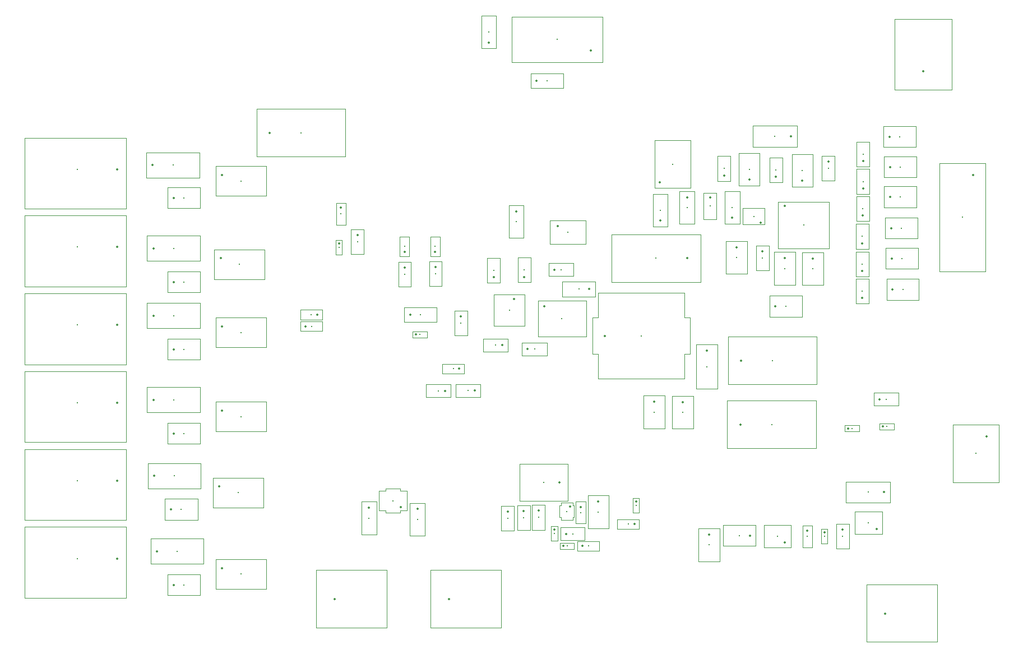
<source format=gbr>
%TF.GenerationSoftware,KiCad,Pcbnew,7.0.6-0*%
%TF.CreationDate,2024-04-30T06:56:25-03:00*%
%TF.ProjectId,Buoy,42756f79-2e6b-4696-9361-645f70636258,rev?*%
%TF.SameCoordinates,Original*%
%TF.FileFunction,Component,L1,Top*%
%TF.FilePolarity,Positive*%
%FSLAX46Y46*%
G04 Gerber Fmt 4.6, Leading zero omitted, Abs format (unit mm)*
G04 Created by KiCad (PCBNEW 7.0.6-0) date 2024-04-30 06:56:25*
%MOMM*%
%LPD*%
G01*
G04 APERTURE LIST*
%TA.AperFunction,ComponentMain*%
%ADD10C,0.300000*%
%TD*%
%TA.AperFunction,ComponentOutline,Courtyard*%
%ADD11C,0.100000*%
%TD*%
%TA.AperFunction,ComponentPin*%
%ADD12P,0.360000X4X0.000000*%
%TD*%
%TA.AperFunction,ComponentPin*%
%ADD13C,0.000000*%
%TD*%
%TA.AperFunction,ComponentOutline,Footprint*%
%ADD14C,0.100000*%
%TD*%
G04 APERTURE END LIST*
D10*
%TO.C,"R18"*%
%TO.CFtp,"R_1210_3225Metric_Pad1.30x2.65mm_HandSolder"*%
%TO.CVal,"100"*%
%TO.CLbN,"Resistor_SMD"*%
%TO.CMnt,SMD*%
%TO.CRot,180*%
X185179264Y-119590000D03*
D11*
X187629263Y-118010001D02*
X187629263Y-121169999D01*
X182729265Y-121169999D01*
X182729265Y-118010001D01*
X187629263Y-118010001D01*
D12*
%TO.P,"R18","1"*%
X186729264Y-119590000D03*
D13*
%TO.P,"R18","2"*%
X183629264Y-119590000D03*
%TD*%
D10*
%TO.C,"CBJ3"*%
%TO.CFtp,"C_1210_3225Metric_Pad1.33x2.70mm_HandSolder"*%
%TO.CVal,"2.2uF"*%
%TO.CLbN,"Capacitor_SMD"*%
%TO.CMnt,SMD*%
%TO.CRot,0*%
X101266750Y-91483500D03*
D11*
X103746749Y-89883501D02*
X103746749Y-93083499D01*
X98786751Y-93083499D01*
X98786751Y-89883501D01*
X103746749Y-89883501D01*
D12*
%TO.P,"CBJ3","1"*%
X99704250Y-91483500D03*
D13*
%TO.P,"CBJ3","2"*%
X102829250Y-91483500D03*
%TD*%
D10*
%TO.C,"CBJ1"*%
%TO.CFtp,"C_1210_3225Metric_Pad1.33x2.70mm_HandSolder"*%
%TO.CVal,"2.2uF"*%
%TO.CLbN,"Capacitor_SMD"*%
%TO.CMnt,SMD*%
%TO.CRot,0*%
X101266750Y-68623500D03*
D11*
X103746749Y-67023501D02*
X103746749Y-70223499D01*
X98786751Y-70223499D01*
X98786751Y-67023501D01*
X103746749Y-67023501D01*
D12*
%TO.P,"CBJ1","1"*%
X99704250Y-68623500D03*
D13*
%TO.P,"CBJ1","2"*%
X102829250Y-68623500D03*
%TD*%
D10*
%TO.C,"J13"*%
%TO.CFtp,"PinHeader_1x06_P2.54mm_Vertical_SMD_Pin1Right"*%
%TO.CVal,"Conn_01x06_Socket"*%
%TO.CLbN,"Connector_PinHeader_2.54mm"*%
%TO.CMnt,SMD*%
%TO.CRot,0*%
X218845000Y-71570000D03*
D11*
X222294999Y-63420001D02*
X222294999Y-79719999D01*
X215395001Y-79719999D01*
X215395001Y-63420001D01*
X222294999Y-63420001D01*
D12*
%TO.P,"J13","1","Pin_1"*%
X220500000Y-65220000D03*
D13*
%TO.P,"J13","2","Pin_2"*%
X217190000Y-67760000D03*
%TO.P,"J13","3","Pin_3"*%
X220500000Y-70300000D03*
%TO.P,"J13","4","Pin_4"*%
X217190000Y-72840000D03*
%TO.P,"J13","5","Pin_5"*%
X220500000Y-75380000D03*
%TO.P,"J13","6","Pin_6"*%
X217190000Y-77920000D03*
%TD*%
D10*
%TO.C,"CBJ4"*%
%TO.CFtp,"C_1210_3225Metric_Pad1.33x2.70mm_HandSolder"*%
%TO.CVal,"2.2uF"*%
%TO.CLbN,"Capacitor_SMD"*%
%TO.CMnt,SMD*%
%TO.CRot,0*%
X101266750Y-104183500D03*
D11*
X103746749Y-102583501D02*
X103746749Y-105783499D01*
X98786751Y-105783499D01*
X98786751Y-102583501D01*
X103746749Y-102583501D01*
D12*
%TO.P,"CBJ4","1"*%
X99704250Y-104183500D03*
D13*
%TO.P,"CBJ4","2"*%
X102829250Y-104183500D03*
%TD*%
D10*
%TO.C,"D2"*%
%TO.CFtp,"LEDC1608X35N"*%
%TO.CVal,"LED"*%
%TO.CLbN,"LED"*%
%TO.CMnt,SMD*%
%TO.CRot,-90*%
X139205000Y-75957500D03*
D11*
X139919999Y-74492501D02*
X139919999Y-77422499D01*
X138490001Y-77422499D01*
X138490001Y-74492501D01*
X139919999Y-74492501D01*
D12*
%TO.P,"D2","1","K"*%
X139205000Y-76767500D03*
D13*
%TO.P,"D2","2","A"*%
X139205000Y-75147500D03*
%TD*%
D10*
%TO.C,"R7"*%
%TO.CFtp,"R_0603_1608Metric_Pad0.98x0.95mm_HandSolder"*%
%TO.CVal,"30k"*%
%TO.CLbN,"Resistor_SMD"*%
%TO.CMnt,SMD*%
%TO.CRot,180*%
X120509250Y-86263500D03*
D11*
X122159249Y-85533501D02*
X122159249Y-86993499D01*
X118859251Y-86993499D01*
X118859251Y-85533501D01*
X122159249Y-85533501D01*
D12*
%TO.P,"R7","1"*%
X121421750Y-86263500D03*
D13*
%TO.P,"R7","2"*%
X119596750Y-86263500D03*
%TD*%
D10*
%TO.C,"R30"*%
%TO.CFtp,"R_1206_3216Metric_Pad1.30x1.75mm_HandSolder"*%
%TO.CVal,"1M"*%
%TO.CLbN,"Resistor_SMD"*%
%TO.CMnt,SMD*%
%TO.CRot,90*%
X173230000Y-70530000D03*
D11*
X174349999Y-68080001D02*
X174349999Y-72979999D01*
X172110001Y-72979999D01*
X172110001Y-68080001D01*
X174349999Y-68080001D01*
D12*
%TO.P,"R30","1"*%
X173230000Y-72080000D03*
D13*
%TO.P,"R30","2"*%
X173230000Y-68980000D03*
%TD*%
D10*
%TO.C,"C9"*%
%TO.CFtp,"C_0603_1608Metric_Pad1.08x0.95mm_HandSolder"*%
%TO.CVal,"8.2nF"*%
%TO.CLbN,"Capacitor_SMD"*%
%TO.CMnt,SMD*%
%TO.CRot,-90*%
X195420000Y-119720000D03*
D11*
X196149999Y-118070001D02*
X196149999Y-121369999D01*
X194690001Y-121369999D01*
X194690001Y-118070001D01*
X196149999Y-118070001D01*
D12*
%TO.P,"C9","1"*%
X195420000Y-118857500D03*
D13*
%TO.P,"C9","2"*%
X195420000Y-120582500D03*
%TD*%
D10*
%TO.C,"C20"*%
%TO.CFtp,"C_1206_3216Metric_Pad1.33x1.80mm_HandSolder"*%
%TO.CVal,"10uF"*%
%TO.CLbN,"Capacitor_SMD"*%
%TO.CMnt,SMD*%
%TO.CRot,-90*%
X129218000Y-116970000D03*
D11*
X130367999Y-114490001D02*
X130367999Y-119449999D01*
X128068001Y-119449999D01*
X128068001Y-114490001D01*
X130367999Y-114490001D01*
D12*
%TO.P,"C20","1"*%
X129218000Y-115407500D03*
D13*
%TO.P,"C20","2"*%
X129218000Y-118532500D03*
%TD*%
D10*
%TO.C,"R4"*%
%TO.CFtp,"R_0805_2012Metric_Pad1.20x1.40mm_HandSolder"*%
%TO.CVal,"10k"*%
%TO.CLbN,"Resistor_SMD"*%
%TO.CMnt,SMD*%
%TO.CRot,-90*%
X139275000Y-80107500D03*
D11*
X140224999Y-78257501D02*
X140224999Y-81957499D01*
X138325001Y-81957499D01*
X138325001Y-78257501D01*
X140224999Y-78257501D01*
D12*
%TO.P,"R4","1"*%
X139275000Y-79107500D03*
D13*
%TO.P,"R4","2"*%
X139275000Y-81107500D03*
%TD*%
D10*
%TO.C,"SW4"*%
%TO.CFtp,"SW-SPDT-SW"*%
%TO.CVal,"SW_SPDT"*%
%TO.CLbN,"Slide_Switch"*%
%TO.CMnt,TH*%
%TO.CRot,0*%
X190140000Y-93180000D03*
D11*
X196839999Y-89580001D02*
X196839999Y-96779999D01*
X183440001Y-96779999D01*
X183440001Y-89580001D01*
X196839999Y-89580001D01*
D12*
%TO.P,"SW4","1","A"*%
X185440000Y-93180000D03*
D13*
%TO.P,"SW4","2","B"*%
X190140000Y-93180000D03*
%TO.P,"SW4","3","C"*%
X194840000Y-93180000D03*
%TD*%
D10*
%TO.C,"C32"*%
%TO.CFtp,"C_0805_2012Metric_Pad1.18x1.45mm_HandSolder"*%
%TO.CVal,"100nF"*%
%TO.CLbN,"Capacitor_SMD"*%
%TO.CMnt,SMD*%
%TO.CRot,-90*%
X198607500Y-64195000D03*
D11*
X199587499Y-62315001D02*
X199587499Y-66074999D01*
X197627501Y-66074999D01*
X197627501Y-62315001D01*
X199587499Y-62315001D01*
D12*
%TO.P,"C32","1"*%
X198607500Y-63157500D03*
D13*
%TO.P,"C32","2"*%
X198607500Y-65232500D03*
%TD*%
D10*
%TO.C,"C11"*%
%TO.CFtp,"C_1210_3225Metric_Pad1.33x2.70mm_HandSolder"*%
%TO.CVal,"1uF"*%
%TO.CLbN,"Capacitor_SMD"*%
%TO.CMnt,SMD*%
%TO.CRot,-90*%
X180579264Y-121017500D03*
D11*
X182179263Y-118537501D02*
X182179263Y-123497499D01*
X178979265Y-123497499D01*
X178979265Y-118537501D01*
X182179263Y-118537501D01*
D12*
%TO.P,"C11","1"*%
X180579264Y-119455000D03*
D13*
%TO.P,"C11","2"*%
X180579264Y-122580000D03*
%TD*%
D10*
%TO.C,"C12"*%
%TO.CFtp,"C_0603_1608Metric_Pad1.08x0.95mm_HandSolder"*%
%TO.CVal,"100nF"*%
%TO.CLbN,"Capacitor_SMD"*%
%TO.CMnt,SMD*%
%TO.CRot,-90*%
X161200000Y-116140000D03*
D11*
X161929999Y-114490001D02*
X161929999Y-117789999D01*
X160470001Y-117789999D01*
X160470001Y-114490001D01*
X161929999Y-114490001D01*
D12*
%TO.P,"C12","1"*%
X161200000Y-115277500D03*
D13*
%TO.P,"C12","2"*%
X161200000Y-117002500D03*
%TD*%
D10*
%TO.C,"U3"*%
%TO.CFtp,"SOT95P280X145-5N"*%
%TO.CVal,"INA138"*%
%TO.CLbN,"INA138"*%
%TO.CMnt,SMD*%
%TO.CRot,180*%
X204667500Y-117702500D03*
D11*
X206777499Y-116002501D02*
X206777499Y-119402499D01*
X202557501Y-119402499D01*
X202557501Y-116002501D01*
X206777499Y-116002501D01*
D12*
%TO.P,"U3","1"*%
X205922500Y-118652500D03*
D13*
%TO.P,"U3","2","GND"*%
X205922500Y-117702500D03*
%TO.P,"U3","3","+"*%
X205922500Y-116752500D03*
%TO.P,"U3","4","-"*%
X203412500Y-116752500D03*
%TO.P,"U3","5","V+"*%
X203412500Y-118652500D03*
%TD*%
D10*
%TO.C,"R9"*%
%TO.CFtp,"R_0402_1005Metric_Pad0.72x0.64mm_HandSolder"*%
%TO.CVal,"100k"*%
%TO.CLbN,"My_Passive"*%
%TO.CMnt,SMD*%
%TO.CRot,-90*%
X124667500Y-76130000D03*
D11*
X125137499Y-75030001D02*
X125137499Y-77229999D01*
X124197501Y-77229999D01*
X124197501Y-75030001D01*
X125137499Y-75030001D01*
D12*
%TO.P,"R9","1"*%
X124667500Y-75532500D03*
D13*
%TO.P,"R9","2"*%
X124667500Y-76727500D03*
%TD*%
D10*
%TO.C,"C4"*%
%TO.CFtp,"C_0805_2012Metric_Pad1.18x1.45mm_HandSolder"*%
%TO.CVal,"10nF"*%
%TO.CLbN,"Capacitor_SMD"*%
%TO.CMnt,SMD*%
%TO.CRot,-90*%
X127460000Y-75250000D03*
D11*
X128439999Y-73370001D02*
X128439999Y-77129999D01*
X126480001Y-77129999D01*
X126480001Y-73370001D01*
X128439999Y-73370001D01*
D12*
%TO.P,"C4","1"*%
X127460000Y-74212500D03*
D13*
%TO.P,"C4","2"*%
X127460000Y-76287500D03*
%TD*%
D10*
%TO.C,"SW2"*%
%TO.CFtp,"SW-SPDT-SW"*%
%TO.CVal,"SW_SPDT"*%
%TO.CLbN,"Slide_Switch"*%
%TO.CMnt,TH*%
%TO.CRot,180*%
X172577500Y-77732500D03*
D11*
X179277499Y-74132501D02*
X179277499Y-81332499D01*
X165877501Y-81332499D01*
X165877501Y-74132501D01*
X179277499Y-74132501D01*
D12*
%TO.P,"SW2","1","A"*%
X177277500Y-77732500D03*
D13*
%TO.P,"SW2","2","B"*%
X172577500Y-77732500D03*
%TO.P,"SW2","3","C"*%
X167877500Y-77732500D03*
%TD*%
D10*
%TO.C,"D4"*%
%TO.CFtp,"DIO_PDS1040L-13"*%
%TO.CVal,"PDS1040L-13"*%
%TO.CLbN,"PDS1040L-13_solar"*%
%TO.CMnt,SMD*%
%TO.CRot,0*%
X109664250Y-78663500D03*
D11*
X113474249Y-76428501D02*
X113474249Y-80898499D01*
X105854251Y-80898499D01*
X105854251Y-76428501D01*
X113474249Y-76428501D01*
D12*
%TO.P,"D4","1"*%
X106808250Y-77743500D03*
D13*
%TO.P,"D4","2"*%
X106808250Y-79583500D03*
%TO.P,"D4","3"*%
X110790250Y-78663500D03*
%TD*%
D10*
%TO.C,"C24"*%
%TO.CFtp,"C_0805_2012Metric_Pad1.18x1.45mm_HandSolder"*%
%TO.CVal,"1uF"*%
%TO.CLbN,"Capacitor_SMD"*%
%TO.CMnt,SMD*%
%TO.CRot,90*%
X203790000Y-70260000D03*
D11*
X204769999Y-68380001D02*
X204769999Y-72139999D01*
X202810001Y-72139999D01*
X202810001Y-68380001D01*
X204769999Y-68380001D01*
D12*
%TO.P,"C24","1"*%
X203790000Y-71297500D03*
D13*
%TO.P,"C24","2"*%
X203790000Y-69222500D03*
%TD*%
D10*
%TO.C,"J9"*%
%TO.CFtp,"PinHeader_1x03_P2.54mm_Vertical_SMD_Pin1Right"*%
%TO.CVal,"Conn_01x03_Pin"*%
%TO.CLbN,"Connector_PinHeader_2.54mm"*%
%TO.CMnt,SMD*%
%TO.CRot,0*%
X220865000Y-107200000D03*
D11*
X224314999Y-102850001D02*
X224314999Y-111549999D01*
X217415001Y-111549999D01*
X217415001Y-102850001D01*
X224314999Y-102850001D01*
D12*
%TO.P,"J9","1","Pin_1"*%
X222520000Y-104660000D03*
D13*
%TO.P,"J9","2","Pin_2"*%
X219210000Y-107200000D03*
%TO.P,"J9","3","Pin_3"*%
X222520000Y-109740000D03*
%TD*%
D10*
%TO.C,"R11"*%
%TO.CFtp,"R_1206_3216Metric_Pad1.30x1.75mm_HandSolder"*%
%TO.CVal,"10"*%
%TO.CLbN,"Resistor_SMD"*%
%TO.CMnt,SMD*%
%TO.CRot,-90*%
X151480000Y-72240000D03*
D11*
X152599999Y-69790001D02*
X152599999Y-74689999D01*
X150360001Y-74689999D01*
X150360001Y-69790001D01*
X152599999Y-69790001D01*
D12*
%TO.P,"R11","1"*%
X151480000Y-70690000D03*
D13*
%TO.P,"R11","2"*%
X151480000Y-73790000D03*
%TD*%
D10*
%TO.C,"RBJ5"*%
%TO.CFtp,"R_2512_6332Metric_Pad1.40x3.35mm_HandSolder"*%
%TO.CVal,"2"*%
%TO.CLbN,"Resistor_SMD"*%
%TO.CMnt,SMD*%
%TO.CRot,0*%
X99817750Y-110583500D03*
D11*
X103817749Y-108663501D02*
X103817749Y-112503499D01*
X95817751Y-112503499D01*
X95817751Y-108663501D01*
X103817749Y-108663501D01*
D12*
%TO.P,"RBJ5","1"*%
X96767750Y-110583500D03*
D13*
%TO.P,"RBJ5","2"*%
X102867750Y-110583500D03*
%TD*%
D10*
%TO.C,"C21"*%
%TO.CFtp,"C_0805_2012Metric_Pad1.18x1.45mm_HandSolder"*%
%TO.CVal,"1uF"*%
%TO.CLbN,"Capacitor_SMD"*%
%TO.CMnt,SMD*%
%TO.CRot,90*%
X203720000Y-82730000D03*
D11*
X204699999Y-80850001D02*
X204699999Y-84609999D01*
X202740001Y-84609999D01*
X202740001Y-80850001D01*
X204699999Y-80850001D01*
D12*
%TO.P,"C21","1"*%
X203720000Y-83767500D03*
D13*
%TO.P,"C21","2"*%
X203720000Y-81692500D03*
%TD*%
D10*
%TO.C,"R23"*%
%TO.CFtp,"R_1210_3225Metric_Pad1.30x2.65mm_HandSolder"*%
%TO.CVal,"100"*%
%TO.CLbN,"Resistor_SMD"*%
%TO.CMnt,SMD*%
%TO.CRot,0*%
X209840000Y-82450000D03*
D11*
X212289999Y-80870001D02*
X212289999Y-84029999D01*
X207390001Y-84029999D01*
X207390001Y-80870001D01*
X212289999Y-80870001D01*
D12*
%TO.P,"R23","1"*%
X208290000Y-82450000D03*
D13*
%TO.P,"R23","2"*%
X211390000Y-82450000D03*
%TD*%
D10*
%TO.C,"Q2"*%
%TO.CFtp,"SOT95P240X110-3N"*%
%TO.CVal,"BS250"*%
%TO.CLbN,"B2250MOSFET"*%
%TO.CMnt,SMD*%
%TO.CRot,180*%
X187327500Y-71425000D03*
D14*
X189003900Y-72669600D02*
X189003900Y-70180400D01*
X185651100Y-70180400D01*
X185651100Y-72669600D01*
X189003900Y-72669600D01*
D12*
%TO.P,"Q2","1","D"*%
X188343500Y-72390200D03*
D13*
%TO.P,"Q2","2","G"*%
X188343500Y-70459800D03*
%TO.P,"Q2","3","S"*%
X186311500Y-71425000D03*
%TD*%
D10*
%TO.C,"Q1"*%
%TO.CFtp,"TRANS_SI7288DP-T1-GE3"*%
%TO.CVal,"SI7288DP-T1-GE3"*%
%TO.CLbN,"SI7288DP"*%
%TO.CMnt,SMD*%
%TO.CRot,90*%
X175080000Y-63610000D03*
D11*
X177779999Y-59955001D02*
X177779999Y-67164999D01*
X172380001Y-67164999D01*
X172380001Y-59955001D01*
X177779999Y-59955001D01*
D12*
%TO.P,"Q1","1"*%
X173175000Y-66280000D03*
D13*
%TO.P,"Q1","2"*%
X174445000Y-66280000D03*
%TO.P,"Q1","3"*%
X175715000Y-66280000D03*
%TO.P,"Q1","4"*%
X176985000Y-66280000D03*
%TO.P,"Q1","5_6_10"*%
X176180000Y-63110000D03*
%TO.P,"Q1","7_8_9"*%
X173980000Y-63110000D03*
%TD*%
D10*
%TO.C,"R28"*%
%TO.CFtp,"R_1210_3225Metric_Pad1.30x2.65mm_HandSolder"*%
%TO.CVal,"100"*%
%TO.CLbN,"Resistor_SMD"*%
%TO.CMnt,SMD*%
%TO.CRot,0*%
X209390000Y-59390000D03*
D11*
X211839999Y-57810001D02*
X211839999Y-60969999D01*
X206940001Y-60969999D01*
X206940001Y-57810001D01*
X211839999Y-57810001D01*
D12*
%TO.P,"R28","1"*%
X207840000Y-59390000D03*
D13*
%TO.P,"R28","2"*%
X210940000Y-59390000D03*
%TD*%
D10*
%TO.C,"D9"*%
%TO.CFtp,"DIO_PDS1040L-13"*%
%TO.CVal,"PDS1040L-13"*%
%TO.CLbN,"PDS1040L-13_solar"*%
%TO.CMnt,SMD*%
%TO.CRot,0*%
X109864250Y-125423500D03*
D11*
X113674249Y-123188501D02*
X113674249Y-127658499D01*
X106054251Y-127658499D01*
X106054251Y-123188501D01*
X113674249Y-123188501D01*
D12*
%TO.P,"D9","1"*%
X107008250Y-124503500D03*
D13*
%TO.P,"D9","2"*%
X107008250Y-126343500D03*
%TO.P,"D9","3"*%
X110990250Y-125423500D03*
%TD*%
D10*
%TO.C,"R32"*%
%TO.CFtp,"R_1206_3216Metric_Pad1.30x1.75mm_HandSolder"*%
%TO.CVal,"1M"*%
%TO.CLbN,"Resistor_SMD"*%
%TO.CMnt,SMD*%
%TO.CRot,90*%
X184097500Y-70085000D03*
D11*
X185217499Y-67635001D02*
X185217499Y-72534999D01*
X182977501Y-72534999D01*
X182977501Y-67635001D01*
X185217499Y-67635001D01*
D12*
%TO.P,"R32","1"*%
X184097500Y-71635000D03*
D13*
%TO.P,"R32","2"*%
X184097500Y-68535000D03*
%TD*%
D10*
%TO.C,"U6"*%
%TO.CFtp,"SOT95P285X140-5N"*%
%TO.CVal,"AP2112K-3.3"*%
%TO.CLbN,"3.3_LDO"*%
%TO.CMnt,SMD*%
%TO.CRot,180*%
X132863000Y-114340000D03*
D11*
X133962999Y-112540001D02*
X133962999Y-112840000D01*
X133963000Y-112840001D01*
X134972999Y-112840001D01*
X134972999Y-115839999D01*
X133963000Y-115839999D01*
X133962999Y-115840000D01*
X133962999Y-116139999D01*
X131763001Y-116139999D01*
X131763001Y-115840000D01*
X131763000Y-115839999D01*
X130753001Y-115839999D01*
X130753001Y-112840001D01*
X131763000Y-112840001D01*
X131763001Y-112840000D01*
X131763001Y-112540001D01*
X133962999Y-112540001D01*
D12*
%TO.P,"U6","1","VIN"*%
X134048000Y-115290000D03*
D13*
%TO.P,"U6","2","GND"*%
X134048000Y-114340000D03*
%TO.P,"U6","3","EN"*%
X134048000Y-113390000D03*
%TO.P,"U6","4","NC"*%
X131678000Y-113390000D03*
%TO.P,"U6","5","VOUT"*%
X131678000Y-115290000D03*
%TD*%
D10*
%TO.C,"CBJ2"*%
%TO.CFtp,"C_1210_3225Metric_Pad1.33x2.70mm_HandSolder"*%
%TO.CVal,"2.2uF"*%
%TO.CLbN,"Capacitor_SMD"*%
%TO.CMnt,SMD*%
%TO.CRot,0*%
X101266750Y-81323500D03*
D11*
X103746749Y-79723501D02*
X103746749Y-82923499D01*
X98786751Y-82923499D01*
X98786751Y-79723501D01*
X103746749Y-79723501D01*
D12*
%TO.P,"CBJ2","1"*%
X99704250Y-81323500D03*
D13*
%TO.P,"CBJ2","2"*%
X102829250Y-81323500D03*
%TD*%
D10*
%TO.C,"U1"*%
%TO.CFtp,"SOT-23-5"*%
%TO.CVal,"OPA340NA"*%
%TO.CLbN,"Package_TO_SOT_SMD"*%
%TO.CMnt,SMD*%
%TO.CRot,180*%
X190911764Y-119730000D03*
D11*
X192961763Y-118030001D02*
X192961763Y-121429999D01*
X188861765Y-121429999D01*
X188861765Y-118030001D01*
X192961763Y-118030001D01*
D12*
%TO.P,"U1","1"*%
X192049264Y-120680000D03*
D13*
%TO.P,"U1","2","V-"*%
X192049264Y-119730000D03*
%TO.P,"U1","3","+"*%
X192049264Y-118780000D03*
%TO.P,"U1","4","-"*%
X189774264Y-118780000D03*
%TO.P,"U1","5","V+"*%
X189774264Y-120680000D03*
%TD*%
D10*
%TO.C,"D3"*%
%TO.CFtp,"LEDC1608X35N"*%
%TO.CVal,"LED"*%
%TO.CLbN,"LED"*%
%TO.CMnt,SMD*%
%TO.CRot,-90*%
X134575000Y-75957500D03*
D11*
X135289999Y-74492501D02*
X135289999Y-77422499D01*
X133860001Y-77422499D01*
X133860001Y-74492501D01*
X135289999Y-74492501D01*
D12*
%TO.P,"D3","1","K"*%
X134575000Y-76767500D03*
D13*
%TO.P,"D3","2","A"*%
X134575000Y-75147500D03*
%TD*%
D10*
%TO.C,"C36"*%
%TO.CFtp,"C_0805_2012Metric_Pad1.18x1.45mm_HandSolder"*%
%TO.CVal,"22uF"*%
%TO.CLbN,"Capacitor_SMD"*%
%TO.CMnt,SMD*%
%TO.CRot,-90*%
X152590000Y-116920000D03*
D11*
X153569999Y-115040001D02*
X153569999Y-118799999D01*
X151610001Y-118799999D01*
X151610001Y-115040001D01*
X153569999Y-115040001D01*
D12*
%TO.P,"C36","1"*%
X152590000Y-115882500D03*
D13*
%TO.P,"C36","2"*%
X152590000Y-117957500D03*
%TD*%
D10*
%TO.C,"R10"*%
%TO.CFtp,"R_0402_1005Metric_Pad0.72x0.64mm_HandSolder"*%
%TO.CVal,"100k"*%
%TO.CLbN,"My_Passive"*%
%TO.CMnt,SMD*%
%TO.CRot,0*%
X207457500Y-103148750D03*
D11*
X208557499Y-102678751D02*
X208557499Y-103618749D01*
X206357501Y-103618749D01*
X206357501Y-102678751D01*
X208557499Y-102678751D01*
D12*
%TO.P,"R10","1"*%
X206860000Y-103148750D03*
D13*
%TO.P,"R10","2"*%
X208055000Y-103148750D03*
%TD*%
D10*
%TO.C,"C26"*%
%TO.CFtp,"C_0805_2012Metric_Pad1.18x1.45mm_HandSolder"*%
%TO.CVal,"1uF"*%
%TO.CLbN,"Capacitor_SMD"*%
%TO.CMnt,SMD*%
%TO.CRot,90*%
X203830000Y-62060000D03*
D11*
X204809999Y-60180001D02*
X204809999Y-63939999D01*
X202850001Y-63939999D01*
X202850001Y-60180001D01*
X204809999Y-60180001D01*
D12*
%TO.P,"C26","1"*%
X203830000Y-63097500D03*
D13*
%TO.P,"C26","2"*%
X203830000Y-61022500D03*
%TD*%
D10*
%TO.C,"D7"*%
%TO.CFtp,"DIO_PDS1040L-13"*%
%TO.CVal,"PDS1040L-13"*%
%TO.CLbN,"PDS1040L-13_solar"*%
%TO.CMnt,SMD*%
%TO.CRot,0*%
X109864250Y-101643500D03*
D11*
X113674249Y-99408501D02*
X113674249Y-103878499D01*
X106054251Y-103878499D01*
X106054251Y-99408501D01*
X113674249Y-99408501D01*
D12*
%TO.P,"D7","1"*%
X107008250Y-100723500D03*
D13*
%TO.P,"D7","2"*%
X107008250Y-102563500D03*
%TO.P,"D7","3"*%
X110990250Y-101643500D03*
%TD*%
D10*
%TO.C,"R20"*%
%TO.CFtp,"R_1206_3216Metric_Pad1.30x1.75mm_HandSolder"*%
%TO.CVal,"1.7k"*%
%TO.CLbN,"Resistor_SMD"*%
%TO.CMnt,SMD*%
%TO.CRot,0*%
X156080000Y-50960000D03*
D11*
X158529999Y-49840001D02*
X158529999Y-52079999D01*
X153630001Y-52079999D01*
X153630001Y-49840001D01*
X158529999Y-49840001D01*
D12*
%TO.P,"R20","1"*%
X154530000Y-50960000D03*
D13*
%TO.P,"R20","2"*%
X157630000Y-50960000D03*
%TD*%
D10*
%TO.C,"J7"*%
%TO.CFtp,"CONN_1729128_PXC"*%
%TO.CVal,"Screw_Terminal_01x02"*%
%TO.CLbN,"Screw_Terminal"*%
%TO.CMnt,TH*%
%TO.CRot,0*%
X124003400Y-129185000D03*
D11*
X131877399Y-124831002D02*
X131877399Y-133488999D01*
X121209401Y-133488999D01*
X121209401Y-124831002D01*
X131877399Y-124831002D01*
D12*
%TO.P,"J7","1","Pin_1"*%
X124003400Y-129185000D03*
D13*
%TO.P,"J7","2","Pin_2"*%
X129083400Y-129185000D03*
%TD*%
D10*
%TO.C,"R8"*%
%TO.CFtp,"R_0603_1608Metric_Pad0.98x0.95mm_HandSolder"*%
%TO.CVal,"200k"*%
%TO.CLbN,"Resistor_SMD"*%
%TO.CMnt,SMD*%
%TO.CRot,-90*%
X124982500Y-71050000D03*
D11*
X125712499Y-69400001D02*
X125712499Y-72699999D01*
X124252501Y-72699999D01*
X124252501Y-69400001D01*
X125712499Y-69400001D01*
D12*
%TO.P,"R8","1"*%
X124982500Y-70137500D03*
D13*
%TO.P,"R8","2"*%
X124982500Y-71962500D03*
%TD*%
D10*
%TO.C,"R6_SR1"*%
%TO.CFtp,"R_2010_5025Metric_Pad1.40x2.65mm_HandSolder"*%
%TO.CVal,"40 m"*%
%TO.CLbN,"Resistor_SMD"*%
%TO.CMnt,SMD*%
%TO.CRot,-90*%
X180250000Y-94120000D03*
D11*
X181829999Y-90770001D02*
X181829999Y-97469999D01*
X178670001Y-97469999D01*
X178670001Y-90770001D01*
X181829999Y-90770001D01*
D12*
%TO.P,"R6_SR1","1"*%
X180250000Y-91720000D03*
D13*
%TO.P,"R6_SR1","2"*%
X180250000Y-96520000D03*
%TD*%
D10*
%TO.C,"U4"*%
%TO.CFtp,"TSSOP-20_4.4x6.5mm_P0.65mm"*%
%TO.CVal,"BQ76920PW"*%
%TO.CLbN,"Package_SO"*%
%TO.CMnt,SMD*%
%TO.CRot,0*%
X194865000Y-72750000D03*
D11*
X198714999Y-69250001D02*
X198714999Y-76249999D01*
X191015001Y-76249999D01*
X191015001Y-69250001D01*
X198714999Y-69250001D01*
D12*
%TO.P,"U4","1","DSG"*%
X192002500Y-69825000D03*
D13*
%TO.P,"U4","2","CHG"*%
X192002500Y-70475000D03*
%TO.P,"U4","3","VSS"*%
X192002500Y-71125000D03*
%TO.P,"U4","4","SDA"*%
X192002500Y-71775000D03*
%TO.P,"U4","5","SCL"*%
X192002500Y-72425000D03*
%TO.P,"U4","6","TS1"*%
X192002500Y-73075000D03*
%TO.P,"U4","7","CAP1"*%
X192002500Y-73725000D03*
%TO.P,"U4","8","REGOUT"*%
X192002500Y-74375000D03*
%TO.P,"U4","9","REGSRC"*%
X192002500Y-75025000D03*
%TO.P,"U4","10","BAT"*%
X192002500Y-75675000D03*
%TO.P,"U4","11","NC"*%
X197727500Y-75675000D03*
%TO.P,"U4","12","VC5"*%
X197727500Y-75025000D03*
%TO.P,"U4","13","VC4"*%
X197727500Y-74375000D03*
%TO.P,"U4","14","VC3"*%
X197727500Y-73725000D03*
%TO.P,"U4","15","VC2"*%
X197727500Y-73075000D03*
%TO.P,"U4","16","VC1"*%
X197727500Y-72425000D03*
%TO.P,"U4","17","VC0"*%
X197727500Y-71775000D03*
%TO.P,"U4","18","SRP"*%
X197727500Y-71125000D03*
%TO.P,"U4","19","SRN"*%
X197727500Y-70475000D03*
%TO.P,"U4","20","ALERT"*%
X197727500Y-69825000D03*
%TD*%
D10*
%TO.C,"D10"*%
%TO.CFtp,"D_SOD-323_HandSoldering"*%
%TO.CVal,"1N4148"*%
%TO.CLbN,"Diode_SMD"*%
%TO.CMnt,SMD*%
%TO.CRot,-90*%
X180727500Y-69855000D03*
D11*
X181677499Y-67855001D02*
X181677499Y-71854999D01*
X179777501Y-71854999D01*
X179777501Y-67855001D01*
X181677499Y-67855001D01*
D12*
%TO.P,"D10","1","K"*%
X180727500Y-68605000D03*
D13*
%TO.P,"D10","2","A"*%
X180727500Y-71105000D03*
%TD*%
D10*
%TO.C,"R31"*%
%TO.CFtp,"R_1206_3216Metric_Pad1.30x1.75mm_HandSolder"*%
%TO.CVal,"1M"*%
%TO.CLbN,"Resistor_SMD"*%
%TO.CMnt,SMD*%
%TO.CRot,-90*%
X177257500Y-70085000D03*
D11*
X178377499Y-67635001D02*
X178377499Y-72534999D01*
X176137501Y-72534999D01*
X176137501Y-67635001D01*
X178377499Y-67635001D01*
D12*
%TO.P,"R31","1"*%
X177257500Y-68535000D03*
D13*
%TO.P,"R31","2"*%
X177257500Y-71635000D03*
%TD*%
D10*
%TO.C,"J5"*%
%TO.CFtp,"XKB_DC-005-5A-2.0"*%
%TO.CVal,"Barrel_Jack_Switch"*%
%TO.CLbN,"Barrel_Jack"*%
%TO.CMnt,TH*%
%TO.CRot,0*%
X85161750Y-111313500D03*
D11*
X92511749Y-106563501D02*
X92511749Y-117263499D01*
X77211751Y-117263499D01*
X77211751Y-106563501D01*
X92511749Y-106563501D01*
D12*
%TO.P,"J5","1"*%
X91161750Y-111313500D03*
D13*
%TO.P,"J5","2"*%
X85161750Y-111313500D03*
%TO.P,"J5","3"*%
X88161750Y-116013500D03*
%TD*%
D10*
%TO.C,"R37"*%
%TO.CFtp,"R_0402_1005Metric_Pad0.72x0.64mm_HandSolder"*%
%TO.CVal,"7.5k"*%
%TO.CLbN,"My_Passive"*%
%TO.CMnt,SMD*%
%TO.CRot,0*%
X136862500Y-89260000D03*
D11*
X137962499Y-88790001D02*
X137962499Y-89729999D01*
X135762501Y-89729999D01*
X135762501Y-88790001D01*
X137962499Y-88790001D01*
D12*
%TO.P,"R37","1"*%
X136265000Y-89260000D03*
D13*
%TO.P,"R37","2"*%
X137460000Y-89260000D03*
%TD*%
D10*
%TO.C,"R24"*%
%TO.CFtp,"R_1210_3225Metric_Pad1.30x2.65mm_HandSolder"*%
%TO.CVal,"100"*%
%TO.CLbN,"Resistor_SMD"*%
%TO.CMnt,SMD*%
%TO.CRot,0*%
X209740000Y-77780000D03*
D11*
X212189999Y-76200001D02*
X212189999Y-79359999D01*
X207290001Y-79359999D01*
X207290001Y-76200001D01*
X212189999Y-76200001D01*
D12*
%TO.P,"R24","1"*%
X208190000Y-77780000D03*
D13*
%TO.P,"R24","2"*%
X211290000Y-77780000D03*
%TD*%
D10*
%TO.C,"R29"*%
%TO.CFtp,"R_2010_5025Metric_Pad1.40x2.65mm_HandSolder"*%
%TO.CVal,"20m"*%
%TO.CLbN,"Resistor_SMD"*%
%TO.CMnt,SMD*%
%TO.CRot,180*%
X190507500Y-59335000D03*
D11*
X193857499Y-57755001D02*
X193857499Y-60914999D01*
X187157501Y-60914999D01*
X187157501Y-57755001D01*
X193857499Y-57755001D01*
D12*
%TO.P,"R29","1"*%
X192907500Y-59335000D03*
D13*
%TO.P,"R29","2"*%
X188107500Y-59335000D03*
%TD*%
D10*
%TO.C,"C19"*%
%TO.CFtp,"C_1206_3216Metric_Pad1.33x1.80mm_HandSolder"*%
%TO.CVal,"10uF"*%
%TO.CLbN,"Capacitor_SMD"*%
%TO.CMnt,SMD*%
%TO.CRot,-90*%
X136518000Y-117160000D03*
D11*
X137667999Y-114680001D02*
X137667999Y-119639999D01*
X135368001Y-119639999D01*
X135368001Y-114680001D01*
X137667999Y-114680001D01*
D12*
%TO.P,"C19","1"*%
X136518000Y-115597500D03*
D13*
%TO.P,"C19","2"*%
X136518000Y-118722500D03*
%TD*%
D10*
%TO.C,"R26"*%
%TO.CFtp,"R_1210_3225Metric_Pad1.30x2.65mm_HandSolder"*%
%TO.CVal,"100"*%
%TO.CLbN,"Resistor_SMD"*%
%TO.CMnt,SMD*%
%TO.CRot,0*%
X209490000Y-68490000D03*
D11*
X211939999Y-66910001D02*
X211939999Y-70069999D01*
X207040001Y-70069999D01*
X207040001Y-66910001D01*
X211939999Y-66910001D01*
D12*
%TO.P,"R26","1"*%
X207940000Y-68490000D03*
D13*
%TO.P,"R26","2"*%
X211040000Y-68490000D03*
%TD*%
D10*
%TO.C,"R12"*%
%TO.CFtp,"R_2010_5025Metric_Pad1.40x2.65mm_HandSolder"*%
%TO.CVal,"0.1"*%
%TO.CLbN,"Resistor_SMD"*%
%TO.CMnt,SMD*%
%TO.CRot,180*%
X204590000Y-113042500D03*
D11*
X207939999Y-111462501D02*
X207939999Y-114622499D01*
X201240001Y-114622499D01*
X201240001Y-111462501D01*
X207939999Y-111462501D01*
D12*
%TO.P,"R12","1"*%
X206990000Y-113042500D03*
D13*
%TO.P,"R12","2"*%
X202190000Y-113042500D03*
%TD*%
D10*
%TO.C,"C2"*%
%TO.CFtp,"C_0805_2012Metric_Pad1.18x1.45mm_HandSolder"*%
%TO.CVal,"100nF"*%
%TO.CLbN,"Capacitor_SMD"*%
%TO.CMnt,SMD*%
%TO.CRot,-90*%
X200750000Y-119722500D03*
D11*
X201729999Y-117842501D02*
X201729999Y-121602499D01*
X199770001Y-121602499D01*
X199770001Y-117842501D01*
X201729999Y-117842501D01*
D12*
%TO.P,"C2","1"*%
X200750000Y-118685000D03*
D13*
%TO.P,"C2","2"*%
X200750000Y-120760000D03*
%TD*%
D10*
%TO.C,"CBJ6"*%
%TO.CFtp,"C_1210_3225Metric_Pad1.33x2.70mm_HandSolder"*%
%TO.CVal,"2.2uF"*%
%TO.CLbN,"Capacitor_SMD"*%
%TO.CMnt,SMD*%
%TO.CRot,0*%
X101266750Y-127043500D03*
D11*
X103746749Y-125443501D02*
X103746749Y-128643499D01*
X98786751Y-128643499D01*
X98786751Y-125443501D01*
X103746749Y-125443501D01*
D12*
%TO.P,"CBJ6","1"*%
X99704250Y-127043500D03*
D13*
%TO.P,"CBJ6","2"*%
X102829250Y-127043500D03*
%TD*%
D10*
%TO.C,"R27"*%
%TO.CFtp,"R_1210_3225Metric_Pad1.30x2.65mm_HandSolder"*%
%TO.CVal,"100"*%
%TO.CLbN,"Resistor_SMD"*%
%TO.CMnt,SMD*%
%TO.CRot,0*%
X209440000Y-63960000D03*
D11*
X211889999Y-62380001D02*
X211889999Y-65539999D01*
X206990001Y-65539999D01*
X206990001Y-62380001D01*
X211889999Y-62380001D01*
D12*
%TO.P,"R27","1"*%
X207890000Y-63960000D03*
D13*
%TO.P,"R27","2"*%
X210990000Y-63960000D03*
%TD*%
D10*
%TO.C,"R21"*%
%TO.CFtp,"R_0402_1005Metric_Pad0.72x0.64mm_HandSolder"*%
%TO.CVal,"10k"*%
%TO.CLbN,"My_Passive"*%
%TO.CMnt,SMD*%
%TO.CRot,-90*%
X157220000Y-119270000D03*
D11*
X157689999Y-118170001D02*
X157689999Y-120369999D01*
X156750001Y-120369999D01*
X156750001Y-118170001D01*
X157689999Y-118170001D01*
D12*
%TO.P,"R21","1"*%
X157220000Y-118672500D03*
D13*
%TO.P,"R21","2"*%
X157220000Y-119867500D03*
%TD*%
D10*
%TO.C,"R22"*%
%TO.CFtp,"R_0805_2012Metric_Pad1.20x1.40mm_HandSolder"*%
%TO.CVal,"140k"*%
%TO.CLbN,"Resistor_SMD"*%
%TO.CMnt,SMD*%
%TO.CRot,0*%
X159970000Y-119340000D03*
D11*
X161819999Y-118390001D02*
X161819999Y-120289999D01*
X158120001Y-120289999D01*
X158120001Y-118390001D01*
X161819999Y-118390001D01*
D12*
%TO.P,"R22","1"*%
X158970000Y-119340000D03*
D13*
%TO.P,"R22","2"*%
X160970000Y-119340000D03*
%TD*%
D10*
%TO.C,"J2"*%
%TO.CFtp,"XKB_DC-005-5A-2.0"*%
%TO.CVal,"Barrel_Jack_Switch"*%
%TO.CLbN,"Barrel_Jack"*%
%TO.CMnt,TH*%
%TO.CRot,0*%
X85161750Y-76063500D03*
D11*
X92511749Y-71313501D02*
X92511749Y-82013499D01*
X77211751Y-82013499D01*
X77211751Y-71313501D01*
X92511749Y-71313501D01*
D12*
%TO.P,"J2","1"*%
X91161750Y-76063500D03*
D13*
%TO.P,"J2","2"*%
X85161750Y-76063500D03*
%TO.P,"J2","3"*%
X88161750Y-80763500D03*
%TD*%
D10*
%TO.C,"D5"*%
%TO.CFtp,"DIO_PDS1040L-13"*%
%TO.CVal,"PDS1040L-13"*%
%TO.CLbN,"PDS1040L-13_solar"*%
%TO.CMnt,SMD*%
%TO.CRot,0*%
X109864250Y-88943500D03*
D11*
X113674249Y-86708501D02*
X113674249Y-91178499D01*
X106054251Y-91178499D01*
X106054251Y-86708501D01*
X113674249Y-86708501D01*
D12*
%TO.P,"D5","1"*%
X107008250Y-88023500D03*
D13*
%TO.P,"D5","2"*%
X107008250Y-89863500D03*
%TO.P,"D5","3"*%
X110990250Y-88943500D03*
%TD*%
D10*
%TO.C,"R16"*%
%TO.CFtp,"R_0402_1005Metric_Pad0.72x0.64mm_HandSolder"*%
%TO.CVal,"53.6k"*%
%TO.CLbN,"My_Passive"*%
%TO.CMnt,SMD*%
%TO.CRot,-90*%
X169540000Y-115087500D03*
D11*
X170009999Y-113987501D02*
X170009999Y-116187499D01*
X169070001Y-116187499D01*
X169070001Y-113987501D01*
X170009999Y-113987501D01*
D12*
%TO.P,"R16","1"*%
X169540000Y-114490000D03*
D13*
%TO.P,"R16","2"*%
X169540000Y-115685000D03*
%TD*%
D10*
%TO.C,"R15"*%
%TO.CFtp,"R_0805_2012Metric_Pad1.20x1.40mm_HandSolder"*%
%TO.CVal,"10k"*%
%TO.CLbN,"Resistor_SMD"*%
%TO.CMnt,SMD*%
%TO.CRot,180*%
X139671250Y-97751250D03*
D11*
X141521249Y-96801251D02*
X141521249Y-98701249D01*
X137821251Y-98701249D01*
X137821251Y-96801251D01*
X141521249Y-96801251D01*
D12*
%TO.P,"R15","1"*%
X140671250Y-97751250D03*
D13*
%TO.P,"R15","2"*%
X138671250Y-97751250D03*
%TD*%
D10*
%TO.C,"U2"*%
%TO.CFtp,"QFN50P350X350X100-17N"*%
%TO.CVal,"BQ24650RVAR"*%
%TO.CLbN,"BQ24650"*%
%TO.CMnt,SMD*%
%TO.CRot,-90*%
X150405000Y-85607500D03*
D11*
X152769999Y-83242501D02*
X152769999Y-87972499D01*
X148040001Y-87972499D01*
X148040001Y-83242501D01*
X152769999Y-83242501D01*
D12*
%TO.P,"U2","1","VCC"*%
X151155000Y-83882500D03*
D13*
%TO.P,"U2","2","MPPSET"*%
X150655000Y-83882500D03*
%TO.P,"U2","3","STAT1"*%
X150155000Y-83882500D03*
%TO.P,"U2","4","TS"*%
X149655000Y-83882500D03*
%TO.P,"U2","5","STAT2"*%
X148680000Y-84857500D03*
%TO.P,"U2","6","VREF"*%
X148680000Y-85357500D03*
%TO.P,"U2","7","TERM_EN"*%
X148680000Y-85857500D03*
%TO.P,"U2","8","VFB"*%
X148680000Y-86357500D03*
%TO.P,"U2","9","SRN"*%
X149655000Y-87332500D03*
%TO.P,"U2","10","SRP"*%
X150155000Y-87332500D03*
%TO.P,"U2","11","GND"*%
X150655000Y-87332500D03*
%TO.P,"U2","12","REGN"*%
X151155000Y-87332500D03*
%TO.P,"U2","13","LODRV"*%
X152130000Y-86357500D03*
%TO.P,"U2","14","PH"*%
X152130000Y-85857500D03*
%TO.P,"U2","15","HIDRV"*%
X152130000Y-85357500D03*
%TO.P,"U2","16","BTST"*%
X152130000Y-84857500D03*
%TO.P,"U2","17","EPAD"*%
X150405000Y-85607500D03*
%TD*%
D10*
%TO.C,"RBJ2"*%
%TO.CFtp,"R_2512_6332Metric_Pad1.40x3.35mm_HandSolder"*%
%TO.CVal,"2"*%
%TO.CLbN,"Resistor_SMD"*%
%TO.CMnt,SMD*%
%TO.CRot,0*%
X99704250Y-76243500D03*
D11*
X103704249Y-74323501D02*
X103704249Y-78163499D01*
X95704251Y-78163499D01*
X95704251Y-74323501D01*
X103704249Y-74323501D01*
D12*
%TO.P,"RBJ2","1"*%
X96654250Y-76243500D03*
D13*
%TO.P,"RBJ2","2"*%
X102754250Y-76243500D03*
%TD*%
D10*
%TO.C,"L2"*%
%TO.CFtp,"L_Vishay_IHLP-2020"*%
%TO.CVal,"1.5uH"*%
%TO.CLbN,"L_3.4"*%
%TO.CMnt,SMD*%
%TO.CRot,180*%
X155583500Y-111560000D03*
D11*
X159233499Y-108760001D02*
X159233499Y-114359999D01*
X151933501Y-114359999D01*
X151933501Y-108760001D01*
X159233499Y-108760001D01*
D12*
%TO.P,"L2","1","1"*%
X158010000Y-111560000D03*
D13*
%TO.P,"L2","2","2"*%
X153157000Y-111560000D03*
%TD*%
D10*
%TO.C,"R13"*%
%TO.CFtp,"R_0805_2012Metric_Pad1.20x1.40mm_HandSolder"*%
%TO.CVal,"10k"*%
%TO.CLbN,"Resistor_SMD"*%
%TO.CMnt,SMD*%
%TO.CRot,180*%
X144198750Y-97740000D03*
D11*
X146048749Y-96790001D02*
X146048749Y-98689999D01*
X142348751Y-98689999D01*
X142348751Y-96790001D01*
X146048749Y-96790001D01*
D12*
%TO.P,"R13","1"*%
X145198750Y-97740000D03*
D13*
%TO.P,"R13","2"*%
X143198750Y-97740000D03*
%TD*%
D10*
%TO.C,"J1"*%
%TO.CFtp,"XKB_DC-005-5A-2.0"*%
%TO.CVal,"Barrel_Jack_Switch"*%
%TO.CLbN,"Barrel_Jack"*%
%TO.CMnt,TH*%
%TO.CRot,0*%
X85161750Y-64313500D03*
D11*
X92511749Y-59563501D02*
X92511749Y-70263499D01*
X77211751Y-70263499D01*
X77211751Y-59563501D01*
X92511749Y-59563501D01*
D12*
%TO.P,"J1","1"*%
X91161750Y-64313500D03*
D13*
%TO.P,"J1","2"*%
X85161750Y-64313500D03*
%TO.P,"J1","3"*%
X88161750Y-69013500D03*
%TD*%
D10*
%TO.C,"SW3"*%
%TO.CFtp,"SW-SPDT-SW"*%
%TO.CVal,"SW_SPDT"*%
%TO.CLbN,"Slide_Switch"*%
%TO.CMnt,TH*%
%TO.CRot,0*%
X190030000Y-102860000D03*
D11*
X196729999Y-99260001D02*
X196729999Y-106459999D01*
X183330001Y-106459999D01*
X183330001Y-99260001D01*
X196729999Y-99260001D01*
D12*
%TO.P,"SW3","1","A"*%
X185330000Y-102860000D03*
D13*
%TO.P,"SW3","2","B"*%
X190030000Y-102860000D03*
%TO.P,"SW3","3","C"*%
X194730000Y-102860000D03*
%TD*%
D10*
%TO.C,"C15"*%
%TO.CFtp,"C_0603_1608Metric_Pad1.08x0.95mm_HandSolder"*%
%TO.CVal,"22pF"*%
%TO.CLbN,"Capacitor_SMD"*%
%TO.CMnt,SMD*%
%TO.CRot,180*%
X141952500Y-94410000D03*
D11*
X143602499Y-93680001D02*
X143602499Y-95139999D01*
X140302501Y-95139999D01*
X140302501Y-93680001D01*
X143602499Y-93680001D01*
D12*
%TO.P,"C15","1"*%
X142815000Y-94410000D03*
D13*
%TO.P,"C15","2"*%
X141090000Y-94410000D03*
%TD*%
D10*
%TO.C,"C14"*%
%TO.CFtp,"C_0805_2012Metric_Pad1.18x1.45mm_HandSolder"*%
%TO.CVal,"100nF"*%
%TO.CLbN,"Capacitor_SMD"*%
%TO.CMnt,SMD*%
%TO.CRot,180*%
X148310000Y-90860000D03*
D11*
X150189999Y-89880001D02*
X150189999Y-91839999D01*
X146430001Y-91839999D01*
X146430001Y-89880001D01*
X150189999Y-89880001D01*
D12*
%TO.P,"C14","1"*%
X149347500Y-90860000D03*
D13*
%TO.P,"C14","2"*%
X147272500Y-90860000D03*
%TD*%
D10*
%TO.C,"J10"*%
%TO.CFtp,"PinHeader_1x05_P2.54mm_Vertical_SMD_Pin1Right"*%
%TO.CVal,"Conn_01x05_Socket"*%
%TO.CLbN,"Connector_PinHeader_2.54mm"*%
%TO.CMnt,SMD*%
%TO.CRot,-90*%
X157610000Y-44735000D03*
D11*
X164459999Y-41285001D02*
X164459999Y-48184999D01*
X150760001Y-48184999D01*
X150760001Y-41285001D01*
X164459999Y-41285001D01*
D12*
%TO.P,"J10","1","Pin_1"*%
X162690000Y-46390000D03*
D13*
%TO.P,"J10","2","Pin_2"*%
X160150000Y-43080000D03*
%TO.P,"J10","3","Pin_3"*%
X157610000Y-46390000D03*
%TO.P,"J10","4","Pin_4"*%
X155070000Y-43080000D03*
%TO.P,"J10","5","Pin_5"*%
X152530000Y-46390000D03*
%TD*%
D10*
%TO.C,"C29"*%
%TO.CFtp,"C_1210_3225Metric_Pad1.33x2.70mm_HandSolder"*%
%TO.CVal,"1uF"*%
%TO.CLbN,"Capacitor_SMD"*%
%TO.CMnt,SMD*%
%TO.CRot,-90*%
X192027500Y-79295000D03*
D11*
X193627499Y-76815001D02*
X193627499Y-81774999D01*
X190427501Y-81774999D01*
X190427501Y-76815001D01*
X193627499Y-76815001D01*
D12*
%TO.P,"C29","1"*%
X192027500Y-77732500D03*
D13*
%TO.P,"C29","2"*%
X192027500Y-80857500D03*
%TD*%
D10*
%TO.C,"R34"*%
%TO.CFtp,"R_1210_3225Metric_Pad1.30x2.65mm_HandSolder"*%
%TO.CVal,"100"*%
%TO.CLbN,"Resistor_SMD"*%
%TO.CMnt,SMD*%
%TO.CRot,90*%
X194667500Y-64515000D03*
D11*
X196247499Y-62065001D02*
X196247499Y-66964999D01*
X193087501Y-66964999D01*
X193087501Y-62065001D01*
X196247499Y-62065001D01*
D12*
%TO.P,"R34","1"*%
X194667500Y-66065000D03*
D13*
%TO.P,"R34","2"*%
X194667500Y-62965000D03*
%TD*%
D10*
%TO.C,"C31"*%
%TO.CFtp,"C_0805_2012Metric_Pad1.18x1.45mm_HandSolder"*%
%TO.CVal,"100nF"*%
%TO.CLbN,"Capacitor_SMD"*%
%TO.CMnt,SMD*%
%TO.CRot,90*%
X182837500Y-64205000D03*
D11*
X183817499Y-62325001D02*
X183817499Y-66084999D01*
X181857501Y-66084999D01*
X181857501Y-62325001D01*
X183817499Y-62325001D01*
D12*
%TO.P,"C31","1"*%
X182837500Y-65242500D03*
D13*
%TO.P,"C31","2"*%
X182837500Y-63167500D03*
%TD*%
D10*
%TO.C,"R33"*%
%TO.CFtp,"R_1210_3225Metric_Pad1.30x2.65mm_HandSolder"*%
%TO.CVal,"100"*%
%TO.CLbN,"Resistor_SMD"*%
%TO.CMnt,SMD*%
%TO.CRot,0*%
X192160000Y-85000000D03*
D11*
X194609999Y-83420001D02*
X194609999Y-86579999D01*
X189710001Y-86579999D01*
X189710001Y-83420001D01*
X194609999Y-83420001D01*
D12*
%TO.P,"R33","1"*%
X190610000Y-85000000D03*
D13*
%TO.P,"R33","2"*%
X193710000Y-85000000D03*
%TD*%
D10*
%TO.C,"C17"*%
%TO.CFtp,"C_1210_3225Metric_Pad1.33x2.70mm_HandSolder"*%
%TO.CVal,"22uF"*%
%TO.CLbN,"Capacitor_SMD"*%
%TO.CMnt,SMD*%
%TO.CRot,-90*%
X163860000Y-116050000D03*
D11*
X165459999Y-113570001D02*
X165459999Y-118529999D01*
X162260001Y-118529999D01*
X162260001Y-113570001D01*
X165459999Y-113570001D01*
D12*
%TO.P,"C17","1"*%
X163860000Y-114487500D03*
D13*
%TO.P,"C17","2"*%
X163860000Y-117612500D03*
%TD*%
D10*
%TO.C,"J3"*%
%TO.CFtp,"XKB_DC-005-5A-2.0"*%
%TO.CVal,"Barrel_Jack_Switch"*%
%TO.CLbN,"Barrel_Jack"*%
%TO.CMnt,TH*%
%TO.CRot,0*%
X85161750Y-87813500D03*
D11*
X92511749Y-83063501D02*
X92511749Y-93763499D01*
X77211751Y-93763499D01*
X77211751Y-83063501D01*
X92511749Y-83063501D01*
D12*
%TO.P,"J3","1"*%
X91161750Y-87813500D03*
D13*
%TO.P,"J3","2"*%
X85161750Y-87813500D03*
%TO.P,"J3","3"*%
X88161750Y-92513500D03*
%TD*%
D10*
%TO.C,"Q4"*%
%TO.CFtp,"TRANS_SI7288DP-T1-GE3"*%
%TO.CVal,"SI7288DP-T1-GE3"*%
%TO.CLbN,"SI7288DP"*%
%TO.CMnt,SMD*%
%TO.CRot,0*%
X158350000Y-86887500D03*
D11*
X162004999Y-84187501D02*
X162004999Y-89587499D01*
X154795001Y-89587499D01*
X154795001Y-84187501D01*
X162004999Y-84187501D01*
D12*
%TO.P,"Q4","1"*%
X155680000Y-84982500D03*
D13*
%TO.P,"Q4","2"*%
X155680000Y-86252500D03*
%TO.P,"Q4","3"*%
X155680000Y-87522500D03*
%TO.P,"Q4","4"*%
X155680000Y-88792500D03*
%TO.P,"Q4","5_6_10"*%
X158850000Y-87987500D03*
%TO.P,"Q4","7_8_9"*%
X158850000Y-85787500D03*
%TD*%
D10*
%TO.C,"J14"*%
%TO.CFtp,"CONN_1729128_PXC"*%
%TO.CVal,"Screw_Terminal_01x02"*%
%TO.CLbN,"Screw_Terminal"*%
%TO.CMnt,TH*%
%TO.CRot,90*%
X212955000Y-49516600D03*
D11*
X217258999Y-41642601D02*
X217258999Y-52310599D01*
X208601002Y-52310599D01*
X208601002Y-41642601D01*
X217258999Y-41642601D01*
D12*
%TO.P,"J14","1","Pin_1"*%
X212955000Y-49516600D03*
D13*
%TO.P,"J14","2","Pin_2"*%
X212955000Y-44436600D03*
%TD*%
D10*
%TO.C,"L1"*%
%TO.CFtp,"L_Koher_MDA1350_13.5x12.6mm_1"*%
%TO.CVal,"15uH"*%
%TO.CLbN,"L_MPPT"*%
%TO.CMnt,SMD*%
%TO.CRot,0*%
X170350000Y-89450000D03*
D11*
X176849999Y-82950001D02*
X176849999Y-86700000D01*
X176850000Y-86700001D01*
X177699999Y-86700001D01*
X177699999Y-92199999D01*
X176850000Y-92199999D01*
X176849999Y-92200000D01*
X176849999Y-95949999D01*
X163850001Y-95949999D01*
X163850001Y-92200000D01*
X163850000Y-92199999D01*
X163000001Y-92199999D01*
X163000001Y-86700001D01*
X163850000Y-86700001D01*
X163850001Y-86700000D01*
X163850001Y-82950001D01*
X176849999Y-82950001D01*
D12*
%TO.P,"L1","1","1"*%
X164800000Y-89450000D03*
D13*
%TO.P,"L1","2","2"*%
X175900000Y-89450000D03*
%TD*%
D10*
%TO.C,"C28"*%
%TO.CFtp,"C_1210_3225Metric_Pad1.33x2.70mm_HandSolder"*%
%TO.CVal,"1uF"*%
%TO.CLbN,"Capacitor_SMD"*%
%TO.CMnt,SMD*%
%TO.CRot,-90*%
X196267500Y-79325000D03*
D11*
X197867499Y-76845001D02*
X197867499Y-81804999D01*
X194667501Y-81804999D01*
X194667501Y-76845001D01*
X197867499Y-76845001D01*
D12*
%TO.P,"C28","1"*%
X196267500Y-77762500D03*
D13*
%TO.P,"C28","2"*%
X196267500Y-80887500D03*
%TD*%
D10*
%TO.C,"C18"*%
%TO.CFtp,"C_0402_1005Metric_Pad0.74x0.62mm_HandSolder"*%
%TO.CVal,"10pF"*%
%TO.CLbN,"My_Passive"*%
%TO.CMnt,SMD*%
%TO.CRot,0*%
X159122500Y-121180000D03*
D11*
X160202499Y-120720001D02*
X160202499Y-121639999D01*
X158042501Y-121639999D01*
X158042501Y-120720001D01*
X160202499Y-120720001D01*
D12*
%TO.P,"C18","1"*%
X158555000Y-121180000D03*
D13*
%TO.P,"C18","2"*%
X159690000Y-121180000D03*
%TD*%
D10*
%TO.C,"C8"*%
%TO.CFtp,"C_1210_3225Metric_Pad1.33x2.70mm_HandSolder"*%
%TO.CVal,"4.7uF"*%
%TO.CLbN,"Capacitor_SMD"*%
%TO.CMnt,SMD*%
%TO.CRot,-90*%
X176580000Y-101000000D03*
D11*
X178179999Y-98520001D02*
X178179999Y-103479999D01*
X174980001Y-103479999D01*
X174980001Y-98520001D01*
X178179999Y-98520001D01*
D12*
%TO.P,"C8","1"*%
X176580000Y-99437500D03*
D13*
%TO.P,"C8","2"*%
X176580000Y-102562500D03*
%TD*%
D10*
%TO.C,"RBJ4"*%
%TO.CFtp,"R_2512_6332Metric_Pad1.40x3.35mm_HandSolder"*%
%TO.CVal,"2"*%
%TO.CLbN,"Resistor_SMD"*%
%TO.CMnt,SMD*%
%TO.CRot,0*%
X99704250Y-99103500D03*
D11*
X103704249Y-97183501D02*
X103704249Y-101023499D01*
X95704251Y-101023499D01*
X95704251Y-97183501D01*
X103704249Y-97183501D01*
D12*
%TO.P,"RBJ4","1"*%
X96654250Y-99103500D03*
D13*
%TO.P,"RBJ4","2"*%
X102754250Y-99103500D03*
%TD*%
D10*
%TO.C,"C34"*%
%TO.CFtp,"C_0805_2012Metric_Pad1.18x1.45mm_HandSolder"*%
%TO.CVal,"22uF"*%
%TO.CLbN,"Capacitor_SMD"*%
%TO.CMnt,SMD*%
%TO.CRot,-90*%
X154810000Y-116870000D03*
D11*
X155789999Y-114990001D02*
X155789999Y-118749999D01*
X153830001Y-118749999D01*
X153830001Y-114990001D01*
X155789999Y-114990001D01*
D12*
%TO.P,"C34","1"*%
X154810000Y-115832500D03*
D13*
%TO.P,"C34","2"*%
X154810000Y-117907500D03*
%TD*%
D10*
%TO.C,"C23"*%
%TO.CFtp,"C_0805_2012Metric_Pad1.18x1.45mm_HandSolder"*%
%TO.CVal,"1uF"*%
%TO.CLbN,"Capacitor_SMD"*%
%TO.CMnt,SMD*%
%TO.CRot,90*%
X203727500Y-74455000D03*
D11*
X204707499Y-72575001D02*
X204707499Y-76334999D01*
X202747501Y-76334999D01*
X202747501Y-72575001D01*
X204707499Y-72575001D01*
D12*
%TO.P,"C23","1"*%
X203727500Y-75492500D03*
D13*
%TO.P,"C23","2"*%
X203727500Y-73417500D03*
%TD*%
D10*
%TO.C,"C7"*%
%TO.CFtp,"C_1210_3225Metric_Pad1.33x2.70mm_HandSolder"*%
%TO.CVal,"4.7uF"*%
%TO.CLbN,"Capacitor_SMD"*%
%TO.CMnt,SMD*%
%TO.CRot,-90*%
X172305000Y-100958750D03*
D11*
X173904999Y-98478751D02*
X173904999Y-103438749D01*
X170705001Y-103438749D01*
X170705001Y-98478751D01*
X173904999Y-98478751D01*
D12*
%TO.P,"C7","1"*%
X172305000Y-99396250D03*
D13*
%TO.P,"C7","2"*%
X172305000Y-102521250D03*
%TD*%
D10*
%TO.C,"R5"*%
%TO.CFtp,"R_0805_2012Metric_Pad1.20x1.40mm_HandSolder"*%
%TO.CVal,"10k"*%
%TO.CLbN,"Resistor_SMD"*%
%TO.CMnt,SMD*%
%TO.CRot,-90*%
X134615000Y-80177500D03*
D11*
X135564999Y-78327501D02*
X135564999Y-82027499D01*
X133665001Y-82027499D01*
X133665001Y-78327501D01*
X135564999Y-78327501D01*
D12*
%TO.P,"R5","1"*%
X134615000Y-79177500D03*
D13*
%TO.P,"R5","2"*%
X134615000Y-81177500D03*
%TD*%
D10*
%TO.C,"C27"*%
%TO.CFtp,"C_1210_3225Metric_Pad1.33x2.70mm_HandSolder"*%
%TO.CVal,"1uF"*%
%TO.CLbN,"Capacitor_SMD"*%
%TO.CMnt,SMD*%
%TO.CRot,-90*%
X184700000Y-77650000D03*
D11*
X186299999Y-75170001D02*
X186299999Y-80129999D01*
X183100001Y-80129999D01*
X183100001Y-75170001D01*
X186299999Y-75170001D01*
D12*
%TO.P,"C27","1"*%
X184700000Y-76087500D03*
D13*
%TO.P,"C27","2"*%
X184700000Y-79212500D03*
%TD*%
D10*
%TO.C,"R1"*%
%TO.CFtp,"R_1206_3216Metric_Pad1.30x1.75mm_HandSolder"*%
%TO.CVal,"5.1k"*%
%TO.CLbN,"Resistor_SMD"*%
%TO.CMnt,SMD*%
%TO.CRot,0*%
X136965000Y-86267500D03*
D11*
X139414999Y-85147501D02*
X139414999Y-87387499D01*
X134515001Y-87387499D01*
X134515001Y-85147501D01*
X139414999Y-85147501D01*
D12*
%TO.P,"R1","1"*%
X135415000Y-86267500D03*
D13*
%TO.P,"R1","2"*%
X138515000Y-86267500D03*
%TD*%
D10*
%TO.C,"D1"*%
%TO.CFtp,"DIO_PDS1040L-13"*%
%TO.CVal,"PDS1040L-13"*%
%TO.CLbN,"PDS1040L-13_solar"*%
%TO.CMnt,SMD*%
%TO.CRot,0*%
X109864250Y-66083500D03*
D11*
X113674249Y-63848501D02*
X113674249Y-68318499D01*
X106054251Y-68318499D01*
X106054251Y-63848501D01*
X113674249Y-63848501D01*
D12*
%TO.P,"D1","1"*%
X107008250Y-65163500D03*
D13*
%TO.P,"D1","2"*%
X107008250Y-67003500D03*
%TO.P,"D1","3"*%
X110990250Y-66083500D03*
%TD*%
D10*
%TO.C,"J4"*%
%TO.CFtp,"XKB_DC-005-5A-2.0"*%
%TO.CVal,"Barrel_Jack_Switch"*%
%TO.CLbN,"Barrel_Jack"*%
%TO.CMnt,TH*%
%TO.CRot,0*%
X85161750Y-99563500D03*
D11*
X92511749Y-94813501D02*
X92511749Y-105513499D01*
X77211751Y-105513499D01*
X77211751Y-94813501D01*
X92511749Y-94813501D01*
D12*
%TO.P,"J4","1"*%
X91161750Y-99563500D03*
D13*
%TO.P,"J4","2"*%
X85161750Y-99563500D03*
%TO.P,"J4","3"*%
X88161750Y-104263500D03*
%TD*%
D10*
%TO.C,"J6"*%
%TO.CFtp,"XKB_DC-005-5A-2.0"*%
%TO.CVal,"Barrel_Jack_Switch"*%
%TO.CLbN,"Barrel_Jack"*%
%TO.CMnt,TH*%
%TO.CRot,0*%
X85161750Y-123063500D03*
D11*
X92511749Y-118313501D02*
X92511749Y-129013499D01*
X77211751Y-129013499D01*
X77211751Y-118313501D01*
X92511749Y-118313501D01*
D12*
%TO.P,"J6","1"*%
X91161750Y-123063500D03*
D13*
%TO.P,"J6","2"*%
X85161750Y-123063500D03*
%TO.P,"J6","3"*%
X88161750Y-127763500D03*
%TD*%
D10*
%TO.C,"R19"*%
%TO.CFtp,"R_1206_3216Metric_Pad1.30x1.75mm_HandSolder"*%
%TO.CVal,"1.7k"*%
%TO.CLbN,"Resistor_SMD"*%
%TO.CMnt,SMD*%
%TO.CRot,90*%
X147300000Y-43630000D03*
D11*
X148419999Y-41180001D02*
X148419999Y-46079999D01*
X146180001Y-46079999D01*
X146180001Y-41180001D01*
X148419999Y-41180001D01*
D12*
%TO.P,"R19","1"*%
X147300000Y-45180000D03*
D13*
%TO.P,"R19","2"*%
X147300000Y-42080000D03*
%TD*%
D10*
%TO.C,"R6"*%
%TO.CFtp,"R_0603_1608Metric_Pad0.98x0.95mm_HandSolder"*%
%TO.CVal,"120k"*%
%TO.CLbN,"Resistor_SMD"*%
%TO.CMnt,SMD*%
%TO.CRot,0*%
X120519250Y-88013500D03*
D11*
X122169249Y-87283501D02*
X122169249Y-88743499D01*
X118869251Y-88743499D01*
X118869251Y-87283501D01*
X122169249Y-87283501D01*
D12*
%TO.P,"R6","1"*%
X119606750Y-88013500D03*
D13*
%TO.P,"R6","2"*%
X121431750Y-88013500D03*
%TD*%
D10*
%TO.C,"R36"*%
%TO.CFtp,"R_0603_1608Metric_Pad0.98x0.95mm_HandSolder"*%
%TO.CVal,"30k"*%
%TO.CLbN,"Resistor_SMD"*%
%TO.CMnt,SMD*%
%TO.CRot,0*%
X162342500Y-121190000D03*
D11*
X163992499Y-120460001D02*
X163992499Y-121919999D01*
X160692501Y-121919999D01*
X160692501Y-120460001D01*
X163992499Y-120460001D01*
D12*
%TO.P,"R36","1"*%
X161430000Y-121190000D03*
D13*
%TO.P,"R36","2"*%
X163255000Y-121190000D03*
%TD*%
D10*
%TO.C,"C25"*%
%TO.CFtp,"C_0805_2012Metric_Pad1.18x1.45mm_HandSolder"*%
%TO.CVal,"1uF"*%
%TO.CLbN,"Capacitor_SMD"*%
%TO.CMnt,SMD*%
%TO.CRot,90*%
X203830000Y-66170000D03*
D11*
X204809999Y-64290001D02*
X204809999Y-68049999D01*
X202850001Y-68049999D01*
X202850001Y-64290001D01*
X204809999Y-64290001D01*
D12*
%TO.P,"C25","1"*%
X203830000Y-67207500D03*
D13*
%TO.P,"C25","2"*%
X203830000Y-65132500D03*
%TD*%
D10*
%TO.C,"J8"*%
%TO.CFtp,"CONN_1729128_PXC"*%
%TO.CVal,"Screw_Terminal_01x02"*%
%TO.CLbN,"Screw_Terminal"*%
%TO.CMnt,TH*%
%TO.CRot,0*%
X207153400Y-131365000D03*
D11*
X215027399Y-127011002D02*
X215027399Y-135668999D01*
X204359401Y-135668999D01*
X204359401Y-127011002D01*
X215027399Y-127011002D01*
D12*
%TO.P,"J8","1","Pin_1"*%
X207153400Y-131365000D03*
D13*
%TO.P,"J8","2","Pin_2"*%
X212233400Y-131365000D03*
%TD*%
D10*
%TO.C,"R35"*%
%TO.CFtp,"R_1210_3225Metric_Pad1.30x2.65mm_HandSolder"*%
%TO.CVal,"100"*%
%TO.CLbN,"Resistor_SMD"*%
%TO.CMnt,SMD*%
%TO.CRot,90*%
X186657500Y-64345000D03*
D11*
X188237499Y-61895001D02*
X188237499Y-66794999D01*
X185077501Y-66794999D01*
X185077501Y-61895001D01*
X188237499Y-61895001D01*
D12*
%TO.P,"R35","1"*%
X186657500Y-65895000D03*
D13*
%TO.P,"R35","2"*%
X186657500Y-62795000D03*
%TD*%
D10*
%TO.C,"R17"*%
%TO.CFtp,"R_0603_1608Metric_Pad0.98x0.95mm_HandSolder"*%
%TO.CVal,"30k"*%
%TO.CLbN,"Resistor_SMD"*%
%TO.CMnt,SMD*%
%TO.CRot,180*%
X168380000Y-117880000D03*
D11*
X170029999Y-117150001D02*
X170029999Y-118609999D01*
X166730001Y-118609999D01*
X166730001Y-117150001D01*
X170029999Y-117150001D01*
D12*
%TO.P,"R17","1"*%
X169292500Y-117880000D03*
D13*
%TO.P,"R17","2"*%
X167467500Y-117880000D03*
%TD*%
D10*
%TO.C,"RBJ3"*%
%TO.CFtp,"R_2512_6332Metric_Pad1.40x3.35mm_HandSolder"*%
%TO.CVal,"2"*%
%TO.CLbN,"Resistor_SMD"*%
%TO.CMnt,SMD*%
%TO.CRot,0*%
X99704250Y-86403500D03*
D11*
X103704249Y-84483501D02*
X103704249Y-88323499D01*
X95704251Y-88323499D01*
X95704251Y-84483501D01*
X103704249Y-84483501D01*
D12*
%TO.P,"RBJ3","1"*%
X96654250Y-86403500D03*
D13*
%TO.P,"RBJ3","2"*%
X102754250Y-86403500D03*
%TD*%
D10*
%TO.C,"C1"*%
%TO.CFtp,"C_0805_2012Metric_Pad1.18x1.45mm_HandSolder"*%
%TO.CVal,"10nF"*%
%TO.CLbN,"Capacitor_SMD"*%
%TO.CMnt,SMD*%
%TO.CRot,0*%
X207347500Y-99021250D03*
D11*
X209227499Y-98041251D02*
X209227499Y-100001249D01*
X205467501Y-100001249D01*
X205467501Y-98041251D01*
X209227499Y-98041251D01*
D12*
%TO.P,"C1","1"*%
X206310000Y-99021250D03*
D13*
%TO.P,"C1","2"*%
X208385000Y-99021250D03*
%TD*%
D10*
%TO.C,"D6"*%
%TO.CFtp,"SOT-23_Handsoldering"*%
%TO.CVal,"BAT54C"*%
%TO.CLbN,"Package_TO_SOT_SMD"*%
%TO.CMnt,SMD*%
%TO.CRot,0*%
X159230000Y-73830000D03*
D11*
X161929999Y-72080001D02*
X161929999Y-75579999D01*
X156530001Y-75579999D01*
X156530001Y-72080001D01*
X161929999Y-72080001D01*
D12*
%TO.P,"D6","1"*%
X157730000Y-72880000D03*
D13*
%TO.P,"D6","2"*%
X157730000Y-74780000D03*
%TO.P,"D6","3"*%
X160730000Y-73830000D03*
%TD*%
D10*
%TO.C,"C10"*%
%TO.CFtp,"C_0805_2012Metric_Pad1.18x1.45mm_HandSolder"*%
%TO.CVal,"1uF"*%
%TO.CLbN,"Capacitor_SMD"*%
%TO.CMnt,SMD*%
%TO.CRot,0*%
X154217500Y-91470000D03*
D11*
X156097499Y-90490001D02*
X156097499Y-92449999D01*
X152337501Y-92449999D01*
X152337501Y-90490001D01*
X156097499Y-90490001D01*
D12*
%TO.P,"C10","1"*%
X153180000Y-91470000D03*
D13*
%TO.P,"C10","2"*%
X155255000Y-91470000D03*
%TD*%
D10*
%TO.C,"C22"*%
%TO.CFtp,"C_0805_2012Metric_Pad1.18x1.45mm_HandSolder"*%
%TO.CVal,"1uF"*%
%TO.CLbN,"Capacitor_SMD"*%
%TO.CMnt,SMD*%
%TO.CRot,90*%
X203720000Y-78627500D03*
D11*
X204699999Y-76747501D02*
X204699999Y-80507499D01*
X202740001Y-80507499D01*
X202740001Y-76747501D01*
X204699999Y-76747501D01*
D12*
%TO.P,"C22","1"*%
X203720000Y-79665000D03*
D13*
%TO.P,"C22","2"*%
X203720000Y-77590000D03*
%TD*%
D10*
%TO.C,"R14"*%
%TO.CFtp,"R_0402_1005Metric_Pad0.72x0.64mm_HandSolder"*%
%TO.CVal,"24.9k"*%
%TO.CLbN,"My_Passive"*%
%TO.CMnt,SMD*%
%TO.CRot,-90*%
X197990000Y-119750000D03*
D11*
X198459999Y-118650001D02*
X198459999Y-120849999D01*
X197520001Y-120849999D01*
X197520001Y-118650001D01*
X198459999Y-118650001D01*
D12*
%TO.P,"R14","1"*%
X197990000Y-119152500D03*
D13*
%TO.P,"R14","2"*%
X197990000Y-120347500D03*
%TD*%
D10*
%TO.C,"RBJ1"*%
%TO.CFtp,"R_2512_6332Metric_Pad1.40x3.35mm_HandSolder"*%
%TO.CVal,"2"*%
%TO.CLbN,"Resistor_SMD"*%
%TO.CMnt,SMD*%
%TO.CRot,0*%
X99601750Y-63683500D03*
D11*
X103601749Y-61763501D02*
X103601749Y-65603499D01*
X95601751Y-65603499D01*
X95601751Y-61763501D01*
X103601749Y-61763501D01*
D12*
%TO.P,"RBJ1","1"*%
X96551750Y-63683500D03*
D13*
%TO.P,"RBJ1","2"*%
X102651750Y-63683500D03*
%TD*%
D10*
%TO.C,"C6"*%
%TO.CFtp,"C_0805_2012Metric_Pad1.18x1.45mm_HandSolder"*%
%TO.CVal,"1uF"*%
%TO.CLbN,"Capacitor_SMD"*%
%TO.CMnt,SMD*%
%TO.CRot,90*%
X152660000Y-79520000D03*
D11*
X153639999Y-77640001D02*
X153639999Y-81399999D01*
X151680001Y-81399999D01*
X151680001Y-77640001D01*
X153639999Y-77640001D01*
D12*
%TO.P,"C6","1"*%
X152660000Y-80557500D03*
D13*
%TO.P,"C6","2"*%
X152660000Y-78482500D03*
%TD*%
D10*
%TO.C,"U5"*%
%TO.CFtp,"TPS564242DRLR_TEX"*%
%TO.CVal,"TPS564257DRLR"*%
%TO.CLbN,"3.4_Stepdown"*%
%TO.CMnt,SMD*%
%TO.CRot,-90*%
X159110126Y-115972300D03*
D11*
X160003951Y-114667401D02*
X160003951Y-115070600D01*
X160003952Y-115070601D01*
X160215025Y-115070601D01*
X160215025Y-116873999D01*
X160003952Y-116873999D01*
X160003951Y-116874000D01*
X160003951Y-117277199D01*
X158216301Y-117277199D01*
X158216301Y-116874000D01*
X158216300Y-116873999D01*
X158005227Y-116873999D01*
X158005227Y-115070601D01*
X158216300Y-115070601D01*
X158216301Y-115070600D01*
X158216301Y-114667401D01*
X160003951Y-114667401D01*
D12*
%TO.P,"U5","1","VIN"*%
X159610252Y-115224600D03*
D13*
%TO.P,"U5","2","SW"*%
X159110126Y-115224600D03*
%TO.P,"U5","3","GND"*%
X158610000Y-115224600D03*
%TO.P,"U5","4","PG"*%
X158610000Y-116720000D03*
%TO.P,"U5","5","EN"*%
X159110126Y-116720000D03*
%TO.P,"U5","6","FB"*%
X159610252Y-116720000D03*
%TD*%
D10*
%TO.C,"C30"*%
%TO.CFtp,"C_0805_2012Metric_Pad1.18x1.45mm_HandSolder"*%
%TO.CVal,"100nF"*%
%TO.CLbN,"Capacitor_SMD"*%
%TO.CMnt,SMD*%
%TO.CRot,90*%
X190677500Y-64415000D03*
D11*
X191657499Y-62535001D02*
X191657499Y-66294999D01*
X189697501Y-66294999D01*
X189697501Y-62535001D01*
X191657499Y-62535001D01*
D12*
%TO.P,"C30","1"*%
X190677500Y-65452500D03*
D13*
%TO.P,"C30","2"*%
X190677500Y-63377500D03*
%TD*%
D10*
%TO.C,"R25"*%
%TO.CFtp,"R_1210_3225Metric_Pad1.30x2.65mm_HandSolder"*%
%TO.CVal,"100"*%
%TO.CLbN,"Resistor_SMD"*%
%TO.CMnt,SMD*%
%TO.CRot,0*%
X209627500Y-73215000D03*
D11*
X212077499Y-71635001D02*
X212077499Y-74794999D01*
X207177501Y-74794999D01*
X207177501Y-71635001D01*
X212077499Y-71635001D01*
D12*
%TO.P,"R25","1"*%
X208077500Y-73215000D03*
D13*
%TO.P,"R25","2"*%
X211177500Y-73215000D03*
%TD*%
D10*
%TO.C,"CBJ5"*%
%TO.CFtp,"C_1210_3225Metric_Pad1.33x2.70mm_HandSolder"*%
%TO.CVal,"2.2uF"*%
%TO.CLbN,"Capacitor_SMD"*%
%TO.CMnt,SMD*%
%TO.CRot,0*%
X100870250Y-115663500D03*
D11*
X103350249Y-114063501D02*
X103350249Y-117263499D01*
X98390251Y-117263499D01*
X98390251Y-114063501D01*
X103350249Y-114063501D01*
D12*
%TO.P,"CBJ5","1"*%
X99307750Y-115663500D03*
D13*
%TO.P,"CBJ5","2"*%
X102432750Y-115663500D03*
%TD*%
D10*
%TO.C,"SW1"*%
%TO.CFtp,"SW-SPDT-SW"*%
%TO.CVal,"SW_SPDT"*%
%TO.CLbN,"Slide_Switch"*%
%TO.CMnt,TH*%
%TO.CRot,0*%
X118920000Y-58800000D03*
D11*
X125619999Y-55200001D02*
X125619999Y-62399999D01*
X112220001Y-62399999D01*
X112220001Y-55200001D01*
X125619999Y-55200001D01*
D12*
%TO.P,"SW1","1","A"*%
X114220000Y-58800000D03*
D13*
%TO.P,"SW1","2","B"*%
X118920000Y-58800000D03*
%TO.P,"SW1","3","C"*%
X123620000Y-58800000D03*
%TD*%
D10*
%TO.C,"C3"*%
%TO.CFtp,"C_0805_2012Metric_Pad1.18x1.45mm_HandSolder"*%
%TO.CVal,"1uF"*%
%TO.CLbN,"Capacitor_SMD"*%
%TO.CMnt,SMD*%
%TO.CRot,90*%
X148050000Y-79590000D03*
D11*
X149029999Y-77710001D02*
X149029999Y-81469999D01*
X147070001Y-81469999D01*
X147070001Y-77710001D01*
X149029999Y-77710001D01*
D12*
%TO.P,"C3","1"*%
X148050000Y-80627500D03*
D13*
%TO.P,"C3","2"*%
X148050000Y-78552500D03*
%TD*%
D10*
%TO.C,"C33"*%
%TO.CFtp,"C_0805_2012Metric_Pad1.18x1.45mm_HandSolder"*%
%TO.CVal,"4.7uF"*%
%TO.CLbN,"Capacitor_SMD"*%
%TO.CMnt,SMD*%
%TO.CRot,-90*%
X188637500Y-77715000D03*
D11*
X189617499Y-75835001D02*
X189617499Y-79594999D01*
X187657501Y-79594999D01*
X187657501Y-75835001D01*
X189617499Y-75835001D01*
D12*
%TO.P,"C33","1"*%
X188637500Y-76677500D03*
D13*
%TO.P,"C33","2"*%
X188637500Y-78752500D03*
%TD*%
D10*
%TO.C,"RBJ6"*%
%TO.CFtp,"R_2512_6332Metric_Pad1.40x3.35mm_HandSolder"*%
%TO.CVal,"2"*%
%TO.CLbN,"Resistor_SMD"*%
%TO.CMnt,SMD*%
%TO.CRot,0*%
X100214250Y-121963500D03*
D11*
X104214249Y-120043501D02*
X104214249Y-123883499D01*
X96214251Y-123883499D01*
X96214251Y-120043501D01*
X104214249Y-120043501D01*
D12*
%TO.P,"RBJ6","1"*%
X97164250Y-121963500D03*
D13*
%TO.P,"RBJ6","2"*%
X103264250Y-121963500D03*
%TD*%
D10*
%TO.C,"C16"*%
%TO.CFtp,"C_0805_2012Metric_Pad1.18x1.45mm_HandSolder"*%
%TO.CVal,"1uF"*%
%TO.CLbN,"Capacitor_SMD"*%
%TO.CMnt,SMD*%
%TO.CRot,-90*%
X143105000Y-87527500D03*
D11*
X144084999Y-85647501D02*
X144084999Y-89407499D01*
X142125001Y-89407499D01*
X142125001Y-85647501D01*
X144084999Y-85647501D01*
D12*
%TO.P,"C16","1"*%
X143105000Y-86490000D03*
D13*
%TO.P,"C16","2"*%
X143105000Y-88565000D03*
%TD*%
D10*
%TO.C,"J11"*%
%TO.CFtp,"CONN_1729128_PXC"*%
%TO.CVal,"Screw_Terminal_01x02"*%
%TO.CLbN,"Screw_Terminal"*%
%TO.CMnt,TH*%
%TO.CRot,0*%
X141322693Y-129185707D03*
D11*
X149196692Y-124831709D02*
X149196692Y-133489706D01*
X138528694Y-133489706D01*
X138528694Y-124831709D01*
X149196692Y-124831709D01*
D12*
%TO.P,"J11","1","Pin_1"*%
X141322693Y-129185707D03*
D13*
%TO.P,"J11","2","Pin_2"*%
X146402693Y-129185707D03*
%TD*%
D10*
%TO.C,"C35"*%
%TO.CFtp,"C_0805_2012Metric_Pad1.18x1.45mm_HandSolder"*%
%TO.CVal,"100nF"*%
%TO.CLbN,"Capacitor_SMD"*%
%TO.CMnt,SMD*%
%TO.CRot,-90*%
X150180000Y-117020000D03*
D11*
X151159999Y-115140001D02*
X151159999Y-118899999D01*
X149200001Y-118899999D01*
X149200001Y-115140001D01*
X151159999Y-115140001D01*
D12*
%TO.P,"C35","1"*%
X150180000Y-115982500D03*
D13*
%TO.P,"C35","2"*%
X150180000Y-118057500D03*
%TD*%
D10*
%TO.C,"R2"*%
%TO.CFtp,"R_0402_1005Metric_Pad0.72x0.64mm_HandSolder"*%
%TO.CVal,"100k"*%
%TO.CLbN,"My_Passive"*%
%TO.CMnt,SMD*%
%TO.CRot,0*%
X202157500Y-103431250D03*
D11*
X203257499Y-102961251D02*
X203257499Y-103901249D01*
X201057501Y-103901249D01*
X201057501Y-102961251D01*
X203257499Y-102961251D01*
D12*
%TO.P,"R2","1"*%
X201560000Y-103431250D03*
D13*
%TO.P,"R2","2"*%
X202755000Y-103431250D03*
%TD*%
D10*
%TO.C,"C5"*%
%TO.CFtp,"C_0805_2012Metric_Pad1.18x1.45mm_HandSolder"*%
%TO.CVal,"100nF"*%
%TO.CLbN,"Capacitor_SMD"*%
%TO.CMnt,SMD*%
%TO.CRot,0*%
X158255000Y-79468750D03*
D11*
X160134999Y-78488751D02*
X160134999Y-80448749D01*
X156375001Y-80448749D01*
X156375001Y-78488751D01*
X160134999Y-78488751D01*
D12*
%TO.P,"C5","1"*%
X157217500Y-79468750D03*
D13*
%TO.P,"C5","2"*%
X159292500Y-79468750D03*
%TD*%
D10*
%TO.C,"D8"*%
%TO.CFtp,"DIO_PDS1040L-13"*%
%TO.CVal,"PDS1040L-13"*%
%TO.CLbN,"PDS1040L-13_solar"*%
%TO.CMnt,SMD*%
%TO.CRot,0*%
X109467750Y-113123500D03*
D11*
X113277749Y-110888501D02*
X113277749Y-115358499D01*
X105657751Y-115358499D01*
X105657751Y-110888501D01*
X113277749Y-110888501D01*
D12*
%TO.P,"D8","1"*%
X106611750Y-112203500D03*
D13*
%TO.P,"D8","2"*%
X106611750Y-114043500D03*
%TO.P,"D8","3"*%
X110593750Y-113123500D03*
%TD*%
D10*
%TO.C,"C13"*%
%TO.CFtp,"C_1206_3216Metric_Pad1.33x1.80mm_HandSolder"*%
%TO.CVal,"10uF"*%
%TO.CLbN,"Capacitor_SMD"*%
%TO.CMnt,SMD*%
%TO.CRot,180*%
X160905000Y-82398750D03*
D11*
X163384999Y-81248751D02*
X163384999Y-83548749D01*
X158425001Y-83548749D01*
X158425001Y-81248751D01*
X163384999Y-81248751D01*
D12*
%TO.P,"C13","1"*%
X162467500Y-82398750D03*
D13*
%TO.P,"C13","2"*%
X159342500Y-82398750D03*
%TD*%
M02*

</source>
